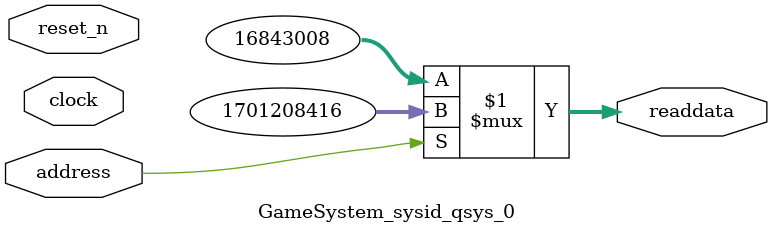
<source format=v>



// synthesis translate_off
`timescale 1ns / 1ps
// synthesis translate_on

// turn off superfluous verilog processor warnings 
// altera message_level Level1 
// altera message_off 10034 10035 10036 10037 10230 10240 10030 

module GameSystem_sysid_qsys_0 (
               // inputs:
                address,
                clock,
                reset_n,

               // outputs:
                readdata
             )
;

  output  [ 31: 0] readdata;
  input            address;
  input            clock;
  input            reset_n;

  wire    [ 31: 0] readdata;
  //control_slave, which is an e_avalon_slave
  assign readdata = address ? 1701208416 : 16843008;

endmodule



</source>
